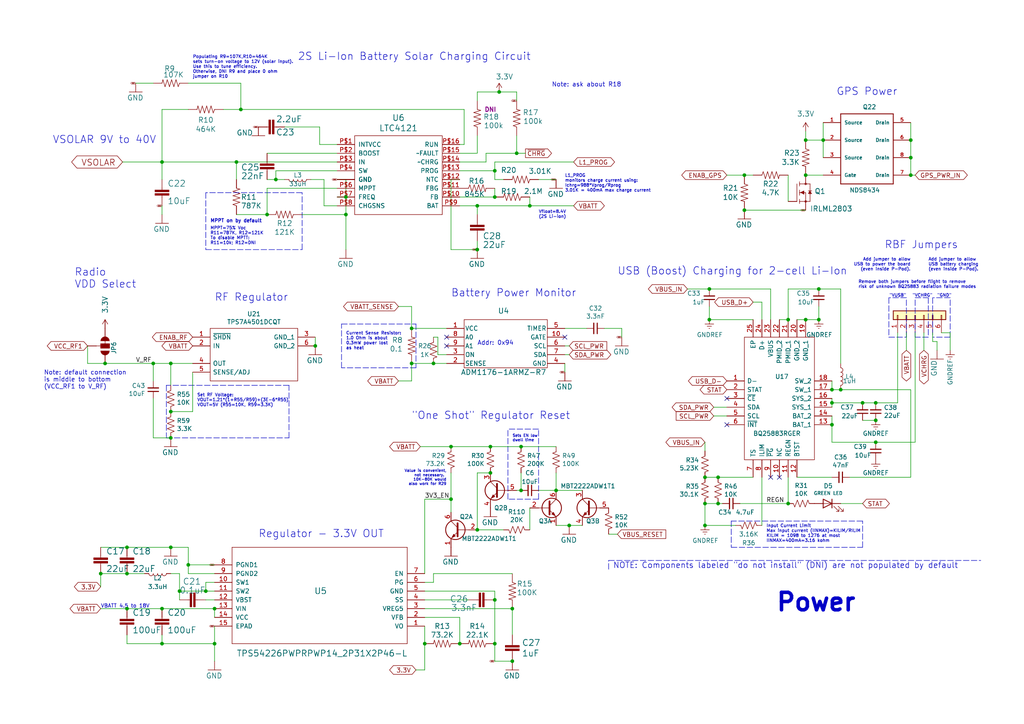
<source format=kicad_sch>
(kicad_sch (version 20211123) (generator eeschema)
  (paper "A4")
  (title_block (title "PyCubed Mainboard") (date "2021-06-09") (rev "v05c") (company "Max Holliday"))
  (junction (at 142.24 129.54))
  (junction (at 149.86 44.45))
  (junction (at 238.76 40.64))
  (junction (at 237.49 83.82))
  (junction (at 36.83 166.37))
  (junction (at 54.61 163.83))
  (junction (at 49.53 105.41))
  (junction (at 125.73 105.41))
  (junction (at 254 116.84))
  (junction (at 130.81 144.78))
  (junction (at 215.9 60.96))
  (junction (at 151.13 142.24))
  (junction (at 133.35 186.69))
  (junction (at 151.13 129.54))
  (junction (at 215.9 50.8))
  (junction (at 52.07 171.45))
  (junction (at 138.43 72.39))
  (junction (at 208.28 138.43))
  (junction (at 254 128.27))
  (junction (at 237.49 92.71))
  (junction (at 254 121.92))
  (junction (at 205.74 92.71))
  (junction (at 204.47 146.05))
  (junction (at 205.74 83.82))
  (junction (at 49.53 127))
  (junction (at 46.99 176.53))
  (junction (at 119.38 95.25))
  (junction (at 62.23 186.69))
  (junction (at 153.67 59.69))
  (junction (at 241.3 116.84))
  (junction (at 165.1 152.4))
  (junction (at 143.51 173.99))
  (junction (at 100.33 62.23))
  (junction (at 148.59 176.53))
  (junction (at 130.81 129.54))
  (junction (at 62.23 176.53))
  (junction (at 80.01 52.07))
  (junction (at 241.3 123.19))
  (junction (at 204.47 152.4))
  (junction (at 142.24 137.16))
  (junction (at 243.84 113.03))
  (junction (at 233.68 50.8))
  (junction (at 264.16 40.64))
  (junction (at 143.51 49.53))
  (junction (at 148.59 191.77))
  (junction (at 250.19 116.84))
  (junction (at 91.44 100.33))
  (junction (at 228.6 92.71))
  (junction (at 119.38 105.41))
  (junction (at 30.48 105.41))
  (junction (at 68.58 46.99))
  (junction (at 228.6 146.05))
  (junction (at 49.53 158.75))
  (junction (at 144.78 26.67))
  (junction (at 123.19 186.69))
  (junction (at 204.47 138.43))
  (junction (at 36.83 176.53))
  (junction (at 44.45 105.41))
  (junction (at 138.43 59.69))
  (junction (at 161.29 142.24))
  (junction (at 29.21 166.37))
  (junction (at 233.68 92.71))
  (junction (at 264.16 45.72))
  (junction (at 143.51 57.15))
  (junction (at 36.83 158.75))
  (junction (at 264.16 50.8))
  (junction (at 59.69 171.45))
  (junction (at 77.47 62.23))
  (junction (at 233.68 40.64))
  (junction (at 46.99 46.99))
  (junction (at 241.3 113.03))
  (junction (at 100.33 57.15))
  (junction (at 46.99 186.69))
  (junction (at 138.43 153.67))
  (junction (at 49.53 119.38))
  (junction (at 143.51 186.69))
  (junction (at 208.28 146.05))
  (junction (at 69.85 31.75))
  (no_connect (at 210.82 115.57))
  (no_connect (at 163.83 97.79))
  (no_connect (at 129.54 100.33))
  (no_connect (at 210.82 123.19))
  (no_connect (at 129.54 97.79))
  (no_connect (at 223.52 138.43))
  (no_connect (at 226.06 138.43))
  (wire (pts (xy 143.51 57.15) (xy 133.35 57.15)))
  (wire (pts (xy 148.59 176.53) (xy 148.59 184.15)))
  (wire (pts (xy 92.71 41.91) (xy 92.71 36.83)))
  (wire (pts (xy 264.16 35.56) (xy 264.16 40.64)))
  (wire (pts (xy 168.91 152.4) (xy 165.1 152.4)))
  (wire (pts (xy 273.05 96.52) (xy 275.59 96.52)))
  (wire (pts (xy 238.76 45.72) (xy 238.76 40.64)))
  (wire (pts (xy 125.73 168.91) (xy 123.19 168.91)))
  (wire (pts (xy 264.16 113.03) (xy 264.16 138.43)))
  (wire (pts (xy 149.86 44.45) (xy 152.4 44.45)))
  (wire (pts (xy 138.43 153.67) (xy 138.43 137.16)))
  (wire (pts (xy 156.21 142.24) (xy 161.29 142.24)))
  (wire (pts (xy 49.53 105.41) (xy 55.88 105.41)))
  (wire (pts (xy 179.07 154.94) (xy 176.53 154.94)))
  (polyline (pts (xy 275.59 97.79) (xy 275.59 86.36)))
  (wire (pts (xy 97.79 57.15) (xy 100.33 57.15)))
  (wire (pts (xy 204.47 128.27) (xy 204.47 130.81)))
  (wire (pts (xy 275.59 96.52) (xy 275.59 101.6)))
  (wire (pts (xy 153.67 57.15) (xy 153.67 59.69)))
  (wire (pts (xy 54.61 24.13) (xy 69.85 24.13)))
  (wire (pts (xy 121.92 129.54) (xy 130.81 129.54)))
  (wire (pts (xy 44.45 127) (xy 49.53 127)))
  (wire (pts (xy 35.56 46.99) (xy 46.99 46.99)))
  (wire (pts (xy 250.19 121.92) (xy 254 121.92)))
  (wire (pts (xy 238.76 40.64) (xy 238.76 35.56)))
  (wire (pts (xy 46.99 59.69) (xy 46.99 62.23)))
  (wire (pts (xy 36.83 186.69) (xy 36.83 184.15)))
  (wire (pts (xy 97.79 49.53) (xy 80.01 49.53)))
  (wire (pts (xy 140.97 46.99) (xy 140.97 44.45)))
  (wire (pts (xy 220.98 87.63) (xy 220.98 92.71)))
  (wire (pts (xy 77.47 54.61) (xy 77.47 62.23)))
  (wire (pts (xy 125.73 105.41) (xy 129.54 105.41)))
  (wire (pts (xy 100.33 52.07) (xy 100.33 57.15)))
  (wire (pts (xy 241.3 120.65) (xy 241.3 123.19)))
  (wire (pts (xy 163.83 95.25) (xy 170.18 95.25)))
  (wire (pts (xy 218.44 87.63) (xy 220.98 87.63)))
  (polyline (pts (xy 156.21 144.78) (xy 147.32 144.78)))
  (wire (pts (xy 243.84 146.05) (xy 250.19 146.05)))
  (wire (pts (xy 165.1 102.87) (xy 163.83 102.87)))
  (wire (pts (xy 46.99 186.69) (xy 62.23 186.69)))
  (wire (pts (xy 143.51 54.61) (xy 143.51 57.15)))
  (wire (pts (xy 165.1 100.33) (xy 163.83 100.33)))
  (wire (pts (xy 260.35 116.84) (xy 260.35 96.52)))
  (wire (pts (xy 123.19 166.37) (xy 123.19 144.78)))
  (wire (pts (xy 151.13 129.54) (xy 161.29 129.54)))
  (wire (pts (xy 123.19 186.69) (xy 123.19 194.31)))
  (polyline (pts (xy 176.53 165.1) (xy 176.53 162.56)))
  (wire (pts (xy 210.82 118.11) (xy 207.01 118.11)))
  (wire (pts (xy 92.71 41.91) (xy 97.79 41.91)))
  (polyline (pts (xy 87.63 55.88) (xy 59.69 55.88)))
  (wire (pts (xy 54.61 158.75) (xy 54.61 163.83)))
  (wire (pts (xy 231.14 92.71) (xy 233.68 92.71)))
  (wire (pts (xy 228.6 83.82) (xy 228.6 92.71)))
  (wire (pts (xy 46.99 52.07) (xy 46.99 46.99)))
  (wire (pts (xy 46.99 186.69) (xy 46.99 184.15)))
  (wire (pts (xy 130.81 129.54) (xy 142.24 129.54)))
  (wire (pts (xy 151.13 137.16) (xy 151.13 142.24)))
  (wire (pts (xy 143.51 49.53) (xy 143.51 52.07)))
  (polyline (pts (xy 48.26 111.76) (xy 48.26 127)))
  (polyline (pts (xy 265.43 97.79) (xy 265.43 86.36)))
  (wire (pts (xy 241.3 128.27) (xy 241.3 123.19)))
  (wire (pts (xy 204.47 152.4) (xy 213.36 152.4)))
  (wire (pts (xy 36.83 158.75) (xy 49.53 158.75)))
  (wire (pts (xy 59.69 171.45) (xy 59.69 168.91)))
  (wire (pts (xy 130.81 144.78) (xy 130.81 148.59)))
  (wire (pts (xy 62.23 186.69) (xy 62.23 191.77)))
  (polyline (pts (xy 147.32 144.78) (xy 147.32 124.46)))
  (wire (pts (xy 226.06 92.71) (xy 228.6 92.71)))
  (wire (pts (xy 138.43 137.16) (xy 142.24 137.16)))
  (wire (pts (xy 52.07 171.45) (xy 52.07 166.37)))
  (wire (pts (xy 62.23 181.61) (xy 62.23 186.69)))
  (wire (pts (xy 254 128.27) (xy 241.3 128.27)))
  (wire (pts (xy 68.58 52.07) (xy 68.58 46.99)))
  (wire (pts (xy 62.23 173.99) (xy 59.69 173.99)))
  (wire (pts (xy 90.17 52.07) (xy 93.98 52.07)))
  (wire (pts (xy 44.45 115.57) (xy 44.45 127)))
  (wire (pts (xy 138.43 62.23) (xy 138.43 59.69)))
  (wire (pts (xy 49.53 158.75) (xy 54.61 158.75)))
  (wire (pts (xy 209.55 146.05) (xy 208.28 146.05)))
  (wire (pts (xy 210.82 120.65) (xy 207.01 120.65)))
  (polyline (pts (xy 120.65 106.68) (xy 99.06 106.68)))
  (wire (pts (xy 46.99 31.75) (xy 46.99 46.99)))
  (wire (pts (xy 243.84 105.41) (xy 243.84 83.82)))
  (wire (pts (xy 143.51 173.99) (xy 143.51 186.69)))
  (wire (pts (xy 30.48 105.41) (xy 25.4 105.41)))
  (wire (pts (xy 243.84 83.82) (xy 237.49 83.82)))
  (wire (pts (xy 29.21 166.37) (xy 36.83 166.37)))
  (wire (pts (xy 168.91 142.24) (xy 161.29 142.24)))
  (wire (pts (xy 250.19 116.84) (xy 241.3 116.84)))
  (polyline (pts (xy 262.89 86.36) (xy 257.81 86.36)))
  (wire (pts (xy 208.28 146.05) (xy 204.47 146.05)))
  (polyline (pts (xy 269.24 97.79) (xy 265.43 97.79)))
  (wire (pts (xy 264.16 45.72) (xy 264.16 50.8)))
  (wire (pts (xy 49.53 111.76) (xy 49.53 105.41)))
  (polyline (pts (xy 270.51 86.36) (xy 270.51 97.79)))
  (wire (pts (xy 127 102.87) (xy 129.54 102.87)))
  (wire (pts (xy 138.43 72.39) (xy 138.43 69.85)))
  (wire (pts (xy 123.19 181.61) (xy 123.19 186.69)))
  (polyline (pts (xy 212.09 151.13) (xy 212.09 158.75)))
  (wire (pts (xy 218.44 138.43) (xy 208.28 138.43)))
  (wire (pts (xy 153.67 153.67) (xy 153.67 147.32)))
  (polyline (pts (xy 120.65 93.98) (xy 120.65 106.68)))
  (polyline (pts (xy 83.82 127) (xy 83.82 111.76)))
  (wire (pts (xy 233.68 92.71) (xy 237.49 92.71)))
  (wire (pts (xy 62.23 168.91) (xy 59.69 168.91)))
  (wire (pts (xy 237.49 88.9) (xy 237.49 92.71)))
  (wire (pts (xy 254 116.84) (xy 250.19 116.84)))
  (wire (pts (xy 119.38 105.41) (xy 119.38 110.49)))
  (wire (pts (xy 241.3 110.49) (xy 241.3 113.03)))
  (wire (pts (xy 143.51 46.99) (xy 166.37 46.99)))
  (wire (pts (xy 52.07 173.99) (xy 52.07 171.45)))
  (wire (pts (xy 49.53 166.37) (xy 52.07 166.37)))
  (wire (pts (xy 29.21 158.75) (xy 36.83 158.75)))
  (wire (pts (xy 115.57 110.49) (xy 119.38 110.49)))
  (wire (pts (xy 82.55 52.07) (xy 80.01 52.07)))
  (wire (pts (xy 165.1 152.4) (xy 161.29 152.4)))
  (wire (pts (xy 44.45 110.49) (xy 44.45 105.41)))
  (wire (pts (xy 149.86 26.67) (xy 144.78 26.67)))
  (wire (pts (xy 241.3 115.57) (xy 241.3 116.84)))
  (wire (pts (xy 264.16 40.64) (xy 264.16 45.72)))
  (wire (pts (xy 163.83 107.95) (xy 163.83 105.41)))
  (wire (pts (xy 270.51 96.52) (xy 270.51 99.06)))
  (polyline (pts (xy 250.19 151.13) (xy 212.09 151.13)))
  (wire (pts (xy 208.28 138.43) (xy 204.47 138.43)))
  (wire (pts (xy 233.68 40.64) (xy 233.68 38.1)))
  (polyline (pts (xy 99.06 93.98) (xy 120.65 93.98)))
  (wire (pts (xy 44.45 105.41) (xy 49.53 105.41)))
  (wire (pts (xy 123.19 171.45) (xy 143.51 171.45)))
  (wire (pts (xy 138.43 26.67) (xy 138.43 29.21)))
  (wire (pts (xy 133.35 46.99) (xy 140.97 46.99)))
  (wire (pts (xy 237.49 83.82) (xy 228.6 83.82)))
  (wire (pts (xy 115.57 88.9) (xy 119.38 88.9)))
  (polyline (pts (xy 212.09 158.75) (xy 250.19 158.75)))
  (wire (pts (xy 270.51 99.06) (xy 271.78 99.06)))
  (wire (pts (xy 93.98 59.69) (xy 93.98 52.07)))
  (wire (pts (xy 148.59 166.37) (xy 125.73 166.37)))
  (wire (pts (xy 238.76 40.64) (xy 233.68 40.64)))
  (wire (pts (xy 68.58 46.99) (xy 46.99 46.99)))
  (wire (pts (xy 69.85 31.75) (xy 64.77 31.75)))
  (wire (pts (xy 223.52 83.82) (xy 205.74 83.82)))
  (wire (pts (xy 119.38 95.25) (xy 119.38 88.9)))
  (wire (pts (xy 144.78 26.67) (xy 138.43 26.67)))
  (wire (pts (xy 223.52 92.71) (xy 223.52 83.82)))
  (wire (pts (xy 233.68 60.96) (xy 215.9 60.96)))
  (wire (pts (xy 133.35 59.69) (xy 138.43 59.69)))
  (wire (pts (xy 54.61 166.37) (xy 62.23 166.37)))
  (polyline (pts (xy 275.59 86.36) (xy 270.51 86.36)))
  (polyline (pts (xy 59.69 72.39) (xy 87.63 72.39)))
  (wire (pts (xy 133.35 179.07) (xy 133.35 186.69)))
  (wire (pts (xy 134.62 31.75) (xy 69.85 31.75)))
  (wire (pts (xy 29.21 170.18) (xy 29.21 166.37)))
  (wire (pts (xy 254 116.84) (xy 260.35 116.84)))
  (wire (pts (xy 241.3 138.43) (xy 231.14 138.43)))
  (wire (pts (xy 241.3 116.84) (xy 241.3 118.11)))
  (polyline (pts (xy 275.59 97.79) (xy 270.51 97.79)))
  (wire (pts (xy 87.63 62.23) (xy 100.33 62.23)))
  (wire (pts (xy 30.48 105.41) (xy 44.45 105.41)))
  (wire (pts (xy 25.4 105.41) (xy 25.4 100.33)))
  (wire (pts (xy 133.35 52.07) (xy 130.81 52.07)))
  (polyline (pts (xy 87.63 72.39) (xy 87.63 55.88)))
  (wire (pts (xy 123.19 176.53) (xy 148.59 176.53)))
  (polyline (pts (xy 48.26 127) (xy 83.82 127)))
  (wire (pts (xy 254 128.27) (xy 265.43 128.27)))
  (wire (pts (xy 119.38 105.41) (xy 125.73 105.41)))
  (polyline (pts (xy 262.89 97.79) (xy 262.89 86.36)))
  (wire (pts (xy 180.34 97.79) (xy 180.34 95.25)))
  (wire (pts (xy 143.51 191.77) (xy 148.59 191.77)))
  (wire (pts (xy 91.44 100.33) (xy 91.44 97.79)))
  (wire (pts (xy 140.97 44.45) (xy 149.86 44.45)))
  (polyline (pts (xy 59.69 55.88) (xy 59.69 72.39)))
  (wire (pts (xy 130.81 137.16) (xy 130.81 144.78)))
  (wire (pts (xy 220.98 152.4) (xy 220.98 138.43)))
  (polyline (pts (xy 257.81 86.36) (xy 257.81 97.79)))
  (wire (pts (xy 205.74 83.82) (xy 199.39 83.82)))
  (wire (pts (xy 77.47 54.61) (xy 97.79 54.61)))
  (wire (pts (xy 123.19 173.99) (xy 135.89 173.99)))
  (wire (pts (xy 54.61 31.75) (xy 46.99 31.75)))
  (wire (pts (xy 36.83 176.53) (xy 46.99 176.53)))
  (polyline (pts (xy 269.24 86.36) (xy 269.24 97.79)))
  (wire (pts (xy 180.34 95.25) (xy 175.26 95.25)))
  (wire (pts (xy 123.19 194.31) (xy 120.65 194.31)))
  (wire (pts (xy 143.51 49.53) (xy 143.51 46.99)))
  (wire (pts (xy 77.47 62.23) (xy 68.58 62.23)))
  (wire (pts (xy 130.81 72.39) (xy 138.43 72.39)))
  (wire (pts (xy 264.16 50.8) (xy 265.43 50.8)))
  (wire (pts (xy 133.35 49.53) (xy 143.51 49.53)))
  (wire (pts (xy 205.74 88.9) (xy 205.74 92.71)))
  (wire (pts (xy 143.51 52.07) (xy 146.05 52.07)))
  (wire (pts (xy 97.79 52.07) (xy 100.33 52.07)))
  (wire (pts (xy 149.86 29.21) (xy 149.86 26.67)))
  (wire (pts (xy 143.51 171.45) (xy 143.51 173.99)))
  (wire (pts (xy 100.33 62.23) (xy 100.33 72.39)))
  (wire (pts (xy 138.43 44.45) (xy 138.43 39.37)))
  (wire (pts (xy 123.19 179.07) (xy 133.35 179.07)))
  (wire (pts (xy 271.78 99.06) (xy 271.78 101.6)))
  (wire (pts (xy 161.29 52.07) (xy 156.21 52.07)))
  (wire (pts (xy 243.84 113.03) (xy 264.16 113.03)))
  (polyline (pts (xy 156.21 144.78) (xy 156.21 124.46)))
  (wire (pts (xy 100.33 57.15) (xy 100.33 62.23)))
  (wire (pts (xy 39.37 24.13) (xy 44.45 24.13)))
  (wire (pts (xy 228.6 58.42) (xy 228.6 50.8)))
  (wire (pts (xy 127 102.87) (xy 127 97.79)))
  (wire (pts (xy 80.01 52.07) (xy 77.47 52.07)))
  (polyline (pts (xy 257.81 97.79) (xy 262.89 97.79)))
  (wire (pts (xy 228.6 138.43) (xy 228.6 146.05)))
  (wire (pts (xy 146.05 153.67) (xy 138.43 153.67)))
  (wire (pts (xy 92.71 36.83) (xy 82.55 36.83)))
  (wire (pts (xy 46.99 176.53) (xy 62.23 176.53)))
  (wire (pts (xy 204.47 146.05) (xy 204.47 152.4)))
  (wire (pts (xy 134.62 41.91) (xy 134.62 31.75)))
  (polyline (pts (xy 176.53 162.56) (xy 284.48 162.56)))
  (wire (pts (xy 62.23 179.07) (xy 62.23 176.53)))
  (wire (pts (xy 138.43 59.69) (xy 153.67 59.69)))
  (wire (pts (xy 262.89 101.6) (xy 262.89 96.52)))
  (wire (pts (xy 133.35 44.45) (xy 138.43 44.45)))
  (wire (pts (xy 80.01 52.07) (xy 80.01 49.53)))
  (wire (pts (xy 149.86 39.37) (xy 149.86 44.45)))
  (wire (pts (xy 142.24 129.54) (xy 151.13 129.54)))
  (polyline (pts (xy 99.06 106.68) (xy 99.06 93.98)))
  (wire (pts (xy 54.61 163.83) (xy 54.61 166.37)))
  (wire (pts (xy 36.83 166.37) (xy 41.91 166.37)))
  (wire (pts (xy 62.23 171.45) (xy 59.69 171.45)))
  (wire (pts (xy 133.35 41.91) (xy 134.62 41.91)))
  (wire (pts (xy 130.81 52.07) (xy 130.81 72.39)))
  (polyline (pts (xy 83.82 111.76) (xy 48.26 111.76)))
  (wire (pts (xy 241.3 113.03) (xy 243.84 113.03)))
  (wire (pts (xy 143.51 191.77) (xy 143.51 186.69)))
  (wire (pts (xy 215.9 50.8) (xy 210.82 50.8)))
  (wire (pts (xy 149.86 142.24) (xy 151.13 142.24)))
  (polyline (pts (xy 156.21 124.46) (xy 147.32 124.46)))
  (wire (pts (xy 36.83 186.69) (xy 46.99 186.69)))
  (wire (pts (xy 161.29 137.16) (xy 161.29 142.24)))
  (wire (pts (xy 238.76 50.8) (xy 233.68 50.8)))
  (wire (pts (xy 246.38 138.43) (xy 264.16 138.43)))
  (wire (pts (xy 267.97 101.6) (xy 267.97 96.52)))
  (polyline (pts (xy 250.19 158.75) (xy 250.19 151.13)))
  (wire (pts (xy 205.74 92.71) (xy 218.44 92.71)))
  (wire (pts (xy 119.38 95.25) (xy 129.54 95.25)))
  (wire (pts (xy 97.79 46.99) (xy 68.58 46.99)))
  (wire (pts (xy 127 97.79) (xy 125.73 97.79)))
  (wire (pts (xy 55.88 119.38) (xy 55.88 107.95)))
  (wire (pts (xy 153.67 59.69) (xy 166.37 59.69)))
  (wire (pts (xy 123.19 144.78) (xy 130.81 144.78)))
  (wire (pts (xy 62.23 163.83) (xy 54.61 163.83)))
  (polyline (pts (xy 265.43 86.36) (xy 269.24 86.36)))
  (wire (pts (xy 97.79 44.45) (xy 77.47 44.45)))
  (wire (pts (xy 59.69 171.45) (xy 52.07 171.45)))
  (wire (pts (xy 214.63 146.05) (xy 228.6 146.05)))
  (wire (pts (xy 36.83 176.53) (xy 29.21 176.53)))
  (wire (pts (xy 265.43 128.27) (xy 265.43 96.52)))
  (wire (pts (xy 69.85 31.75) (xy 69.85 24.13)))
  (wire (pts (xy 218.44 50.8) (xy 215.9 50.8)))
  (wire (pts (xy 49.53 119.38) (xy 55.88 119.38)))
  (wire (pts (xy 125.73 166.37) (xy 125.73 168.91)))
  (wire (pts (xy 97.79 59.69) (xy 93.98 59.69)))
  (text "Addr: 0x94" (at 138.43 100.33 0) (effects (font (size 1.27 1.27)) (justify left bottom)))
  (text "L1_PROG\nmonitors charge current using:\nIchrg=988*Vprog/Rprog\n3.01K = 400mA max charge current\n" (at 163.83 55.88 0) (effects (font (size 0.889 0.889)) (justify left bottom)))
  (text "VSOLAR 9V to 40V" (at 15.24 41.91 0) (effects (font (size 2.159 2.159)) (justify left bottom)))
  (text "USB (Boost) Charging for 2-cell Li-Ion" (at 179.07 80.01 0) (effects (font (size 2.159 2.159)) (justify left bottom)))
  (text "Input Current Limit\nMax input current (IINMAX)=KILIM/RILIM\nKILIM = 1098 to 1276 at most\nIINMAX=400mA=3.16 kohm" (at 222.25 157.48 0) (effects (font (size 0.889 0.889)) (justify left bottom)))
  (text "GPS Power" (at 242.57 27.94 0) (effects (font (size 2.159 2.159)) (justify left bottom)))
  (text "Power" (at 224.79 177.8 0) (effects (font (size 5.08 5.08) (thickness 1.016) bold) (justify left bottom)))
  (text "\"VUSB\"" (at 262.89 86.36 180) (effects (font (size 0.889 0.889)) (justify right bottom)))
  (text "\"One Shot\" Regulator Reset" (at 119.38 121.92 0) (effects (font (size 2.159 2.159)) (justify left bottom)))
  (text "Remove both jumpers before flight to remove\nrisk of unknown BQ25883 radiation failure modes\n" (at 248.92 83.82 0) (effects (font (size 0.889 0.889)) (justify left bottom)))
  (text "Radio\nVDD Select" (at 21.59 83.82 0) (effects (font (size 2.159 2.159)) (justify left bottom)))
  (text "Battery Power Monitor" (at 130.81 86.36 0) (effects (font (size 2.159 2.159)) (justify left bottom)))
  (text "VBATT 4.5 to 18V" (at 29.21 176.53 0) (effects (font (size 1.0668 1.0668)) (justify left bottom)))
  (text "RF Regulator" (at 62.23 87.63 0) (effects (font (size 2.159 2.159)) (justify left bottom)))
  (text "Current Sense Resistor:\n1.0 Ohm is about \n0.3mW power lost\nas heat" (at 100.33 101.6 0) (effects (font (size 0.889 0.889)) (justify left bottom)))
  (text "Value is convenient,\nnot necessary. \n10K-80K would\nalso work for R29" (at 129.54 140.97 0) (effects (font (size 0.7874 0.7874)) (justify right bottom)))
  (text "\"GND\"" (at 271.78 86.36 0) (effects (font (size 0.889 0.889)) (justify left bottom)))
  (text "Note: ask about R18" (at 160.02 25.4 0) (effects (font (size 1.27 1.27)) (justify left bottom)))
  (text "Vfloat=8.4V\n(2S Li-ion)" (at 156.21 63.5 0) (effects (font (size 0.889 0.889)) (justify left bottom)))
  (text "MPPT on by default" (at 60.96 64.77 0) (effects (font (size 0.9906 0.9906) (thickness 0.1981) bold) (justify left bottom)))
  (text "Add jumper to allow\nUSB to power the board\n(even inside P-Pod).\n" (at 264.16 78.74 0) (effects (font (size 0.889 0.889)) (justify right bottom)))
  (text "Note: default connection \nis middle to bottom \n(VCC_RF1 to V_RF)" (at 12.7 113.03 0) (effects (font (size 1.27 1.27)) (justify left bottom)))
  (text "\nMPPT=75% Voc\nR11=787K, R12=121K\nTo disable MPTT:\nR11=10k; R12=DNI" (at 60.96 71.12 0) (effects (font (size 0.889 0.889)) (justify left bottom)))
  (text "Regulator - 3.3V OUT" (at 74.93 156.21 0) (effects (font (size 2.159 2.159)) (justify left bottom)))
  (text "Populating R9=107K,R10=464K\nsets turn-on voltage to 12V (solar input). \nUse this to tune efficiency.\nOtherwise, DNI R9 and place 0 ohm\njumper on R10" (at 55.88 22.86 0) (effects (font (size 0.889 0.889)) (justify left bottom)))
  (text "\"VCHRG\"" (at 270.51 86.36 180) (effects (font (size 0.889 0.889)) (justify right bottom)))
  (text "Set RF Voltage:\nVOUT=1.21*(1+R55/R59)+(3E-6*R55)\nVOUT=5V (R55=10K, R59=3.3K)\n" (at 57.15 118.11 0) (effects (font (size 0.889 0.889)) (justify left bottom)))
  (text "2S Li-Ion Battery Solar Charging Circuit" (at 86.36 17.78 0) (effects (font (size 2.159 2.159)) (justify left bottom)))
  (text "NOTE: Components labeled \"do not install\" (DNI) are not populated by default" (at 177.8 165.1 0) (effects (font (size 1.651 1.651)) (justify left bottom)))
  (text "RBF Jumpers" (at 256.54 72.39 0) (effects (font (size 2.159 2.159)) (justify left bottom)))
  (text "Add jumper to allow\nUSB battery charging\n(even inside P-Pod).\n" (at 269.24 78.74 0) (effects (font (size 0.889 0.889)) (justify left bottom)))
  (text "Sets EN low\ndwell time" (at 148.59 128.27 0) (effects (font (size 0.7874 0.7874)) (justify left bottom)))
  (label "3V3_EN" (at 123.19 144.78 0))
  (label "REGN" (at 222.25 146.05 0))
  (label "V_RF" (at 39.37 105.41 0))
  (global_label "GND" (shape bidirectional) (at 62.23 181.61 180) (effects (font (size 0.254 0.254))) (property "Intersheet References" "${INTERSHEET_REFS}" (effects hide)))
  (global_label "VBUS_IN" (shape bidirectional) (at 199.39 83.82 180) (property "Intersheet References" "${INTERSHEET_REFS}" (effects hide)))
  (global_label "3.3V" (shape bidirectional) (at 29.21 170.18 180) (property "Intersheet References" "${INTERSHEET_REFS}" (effects hide)))
  (global_label "GND" (shape bidirectional) (at 138.43 72.39 180) (effects (font (size 0.254 0.254))) (property "Intersheet References" "${INTERSHEET_REFS}" (effects hide)))
  (global_label "ENAB_RF" (shape bidirectional) (at 55.88 97.79 180) (property "Intersheet References" "${INTERSHEET_REFS}" (effects hide)))
  (global_label "SDA_PWR" (shape bidirectional) (at 165.1 102.87 0) (property "Intersheet References" "${INTERSHEET_REFS}" (effects hide)))
  (global_label "GPS_PWR_IN" (shape bidirectional) (at 265.43 50.8 0) (property "Intersheet References" "${INTERSHEET_REFS}" (effects hide)))
  (global_label "VBATT" (shape bidirectional) (at 121.92 129.54 180) (property "Intersheet References" "${INTERSHEET_REFS}" (effects hide)))
  (global_label "L1_PROG" (shape bidirectional) (at 166.37 46.99 0) (property "Intersheet References" "${INTERSHEET_REFS}" (effects hide)))
  (global_label "VSOLAR" (shape bidirectional) (at 35.56 46.99 180) (effects (font (size 1.778 1.778))) (property "Intersheet References" "${INTERSHEET_REFS}" (effects hide)))
  (global_label "VBATT" (shape bidirectional) (at 29.21 176.53 180) (property "Intersheet References" "${INTERSHEET_REFS}" (effects hide)))
  (global_label "GND" (shape bidirectional) (at 163.83 107.95 180) (effects (font (size 0.254 0.254))) (property "Intersheet References" "${INTERSHEET_REFS}" (effects hide)))
  (global_label "STAT" (shape bidirectional) (at 210.82 113.03 180) (property "Intersheet References" "${INTERSHEET_REFS}" (effects hide)))
  (global_label "GND" (shape bidirectional) (at 46.99 59.69 180) (effects (font (size 0.254 0.254))) (property "Intersheet References" "${INTERSHEET_REFS}" (effects hide)))
  (global_label "SDA_PWR" (shape bidirectional) (at 207.01 118.11 180) (property "Intersheet References" "${INTERSHEET_REFS}" (effects hide)))
  (global_label "VBUS_RESET" (shape input) (at 179.07 154.94 0) (property "Intersheet References" "${INTERSHEET_REFS}" (effects hide)))
  (global_label "USB_D+" (shape bidirectional) (at 218.44 87.63 180) (property "Intersheet References" "${INTERSHEET_REFS}" (effects hide)))
  (global_label "GND" (shape bidirectional) (at 97.79 52.07 180) (effects (font (size 0.254 0.254))) (property "Intersheet References" "${INTERSHEET_REFS}" (effects hide)))
  (global_label "SCL_PWR" (shape input) (at 207.01 120.65 180) (property "Intersheet References" "${INTERSHEET_REFS}" (effects hide)))
  (global_label "3.3V" (shape bidirectional) (at 149.86 29.21 180) (effects (font (size 0.254 0.254))) (property "Intersheet References" "${INTERSHEET_REFS}" (effects hide)))
  (global_label "VBATT_SENSE" (shape bidirectional) (at 115.57 88.9 180) (property "Intersheet References" "${INTERSHEET_REFS}" (effects hide)))
  (global_label "GND" (shape bidirectional) (at 233.68 60.96 180) (effects (font (size 0.254 0.254))) (property "Intersheet References" "${INTERSHEET_REFS}" (effects hide)))
  (global_label "GND" (shape bidirectional) (at 143.51 191.77 180) (effects (font (size 0.254 0.254))) (property "Intersheet References" "${INTERSHEET_REFS}" (effects hide)))
  (global_label "VBATT" (shape bidirectional) (at 262.89 101.6 270) (property "Intersheet References" "${INTERSHEET_REFS}" (effects hide)))
  (global_label "VBATT" (shape bidirectional) (at 166.37 59.69 0) (property "Intersheet References" "${INTERSHEET_REFS}" (effects hide)))
  (global_label "VBATT" (shape bidirectional) (at 55.88 100.33 180) (property "Intersheet References" "${INTERSHEET_REFS}" (effects hide)))
  (global_label "VBUS_IN" (shape bidirectional) (at 204.47 128.27 180) (property "Intersheet References" "${INTERSHEET_REFS}" (effects hide)))
  (global_label "GND" (shape bidirectional) (at 39.37 24.13 180) (effects (font (size 0.254 0.254))) (property "Intersheet References" "${INTERSHEET_REFS}" (effects hide)))
  (global_label "USB_D-" (shape bidirectional) (at 210.82 110.49 180) (property "Intersheet References" "${INTERSHEET_REFS}" (effects hide)))
  (global_label "GND" (shape bidirectional) (at 180.34 97.79 180) (effects (font (size 0.254 0.254))) (property "Intersheet References" "${INTERSHEET_REFS}" (effects hide)))
  (global_label "VCHRG" (shape bidirectional) (at 267.97 101.6 270) (property "Intersheet References" "${INTERSHEET_REFS}" (effects hide)))
  (global_label "GND" (shape bidirectional) (at 74.93 36.83 180) (effects (font (size 0.254 0.254))) (property "Intersheet References" "${INTERSHEET_REFS}" (effects hide)))
  (global_label "VCC_RF1" (shape bidirectional) (at 25.4 100.33 180) (property "Intersheet References" "${INTERSHEET_REFS}" (effects hide)))
  (global_label "SCL_PWR" (shape input) (at 165.1 100.33 0) (property "Intersheet References" "${INTERSHEET_REFS}" (effects hide)))
  (global_label "VBATT" (shape bidirectional) (at 115.57 110.49 180) (property "Intersheet References" "${INTERSHEET_REFS}" (effects hide)))
  (global_label "ENAB_GPS" (shape bidirectional) (at 210.82 50.8 180) (property "Intersheet References" "${INTERSHEET_REFS}" (effects hide)))
  (global_label "STAT" (shape bidirectional) (at 250.19 146.05 0) (property "Intersheet References" "${INTERSHEET_REFS}" (effects hide)))
  (global_label "GND" (shape bidirectional) (at 62.23 163.83 180) (effects (font (size 0.254 0.254))) (property "Intersheet References" "${INTERSHEET_REFS}" (effects hide)))
  (global_label "~{CHRG}" (shape output) (at 152.4 44.45 0) (property "Intersheet References" "${INTERSHEET_REFS}" (effects hide)))
  (global_label "GND" (shape bidirectional) (at 161.29 52.07 180) (effects (font (size 0.254 0.254))) (property "Intersheet References" "${INTERSHEET_REFS}" (effects hide)))
  (global_label "3.3V" (shape bidirectional) (at 120.65 194.31 180) (property "Intersheet References" "${INTERSHEET_REFS}" (effects hide)))
  (symbol (lib_id "mainboard:GND") (at 39.37 26.67 0) (unit 1)
    (property "Reference" "#GND013" (effects hide))
    (property "Value" "GND" (at 36.83 29.21 0) (effects (font (size 1.4986 1.4986)) (justify left bottom)))
  )
  (symbol (lib_id "mainboard:1.0UF-0603-16V-10%") (at 57.15 173.99 90) (unit 1)
    (property "Reference" "C21" (at 58.42 167.64 90) (effects (font (size 1.778 1.778)) (justify left bottom)))
    (property "Value" "0.1uF" (at 59.69 170.18 90) (effects (font (size 1.778 1.778)) (justify left bottom)))
    (property "Footprint" "Capacitor_SMD:C_0603_1608Metric" (effects hide))
    (property "Description" "0.1uF +-10% 50V X7R 0603" (effects hide))
  )
  (symbol (lib_id "mainboard:R-US_R0603") (at 138.43 186.69 180) (unit 1)
    (property "Reference" "R14" (at 138.43 181.61 0) (effects (font (size 1.4986 1.4986))))
    (property "Value" "22.1K" (at 138.43 184.15 0) (effects (font (size 1.4986 1.4986))))
    (property "Footprint" "Resistor_SMD:R_0603_1608Metric" (effects hide))
    (property "Description" "22.1K 0603" (effects hide))
  )
  (symbol (lib_id "mainboard:10UF-0603-6.3V-20%") (at 46.99 57.15 0) (unit 1)
    (property "Reference" "C22" (at 48.514 54.229 0) (effects (font (size 1.778 1.778)) (justify left bottom)))
    (property "Value" "10uF" (at 48.514 59.309 0) (effects (font (size 1.778 1.778)) (justify left bottom)))
    (property "Footprint" "Capacitor_SMD:C_0603_1608Metric" (effects hide))
    (property "Description" "10uF +-20% 10V X5R" (effects hide))
  )
  (symbol (lib_id "mainboard:GND") (at 138.43 74.93 0) (unit 1)
    (property "Reference" "#GND019" (effects hide))
    (property "Value" "GND" (at 135.89 77.47 0) (effects (font (size 1.4986 1.4986)) (justify left bottom)))
  )
  (symbol (lib_id "mainboard:GND") (at 161.29 54.61 0) (unit 1)
    (property "Reference" "#GND021" (effects hide))
    (property "Value" "GND" (at 158.75 57.15 0) (effects (font (size 1.4986 1.4986)) (justify left bottom)))
  )
  (symbol (lib_id "mainboard:R-US_R2512") (at 119.38 100.33 90) (unit 1)
    (property "Reference" "R8" (at 116.84 97.79 90) (effects (font (size 1.4986 1.4986)) (justify left bottom)))
    (property "Value" "0.1" (at 116.84 100.33 90) (effects (font (size 1.4986 1.4986)) (justify left bottom)))
    (property "Footprint" "Resistor_SMD:R_2512_6332Metric" (effects hide))
    (property "Description" "0.1 1% 2W 2512" (effects hide))
  )
  (symbol (lib_id "mainboard:3.3V") (at 233.68 38.1 0) (unit 1)
    (property "Reference" "#SUPPLY06" (effects hide))
    (property "Value" "3.3V" (at 233.68 33.02 0) (effects (font (size 1.4986 1.4986))))
  )
  (symbol (lib_id "mainboard:IRLML2803TRPBF") (at 231.14 55.88 0) (unit 1)
    (property "Reference" "Q1" (at 236.22 54.61 0) (effects (font (size 1.4986 1.4986)) (justify left top)))
    (property "Value" "IRLML2803" (at 234.95 59.69 0) (effects (font (size 1.4986 1.4986)) (justify left top)))
    (property "Footprint" "mainboard:SOT-23" (effects hide))
    (property "Datasheet" "https://www.infineon.com/dgdl/irlml2803pbf.pdf?fileId=5546d462533600a4015356682aff260f" (effects hide))
    (property "Description" "Single N-Channel MOSFET" (effects hide))
    (property "Flight" "IRLML2803" (effects hide))
    (property "Manufacturer_Name" "Infineon Technologies" (effects hide))
    (property "Manufacturer_Part_Number" "IRLML2803TRPbF" (effects hide))
    (property "Proto" "2302" (effects hide))
  )
  (symbol (lib_id "mainboard:1.0UF-0603-16V-10%") (at 148.59 189.23 0) (unit 1)
    (property "Reference" "C27" (at 151.3332 186.4106 0) (effects (font (size 1.778 1.778)) (justify left)))
    (property "Value" "1uF" (at 151.3332 189.484 0) (effects (font (size 1.778 1.778)) (justify left)))
    (property "Footprint" "Capacitor_SMD:C_0603_1608Metric" (effects hide))
    (property "Description" "1uF 0603 X7R" (effects hide))
  )
  (symbol (lib_id "mainboard:22UF-0805-6.3V-20%") (at 29.21 163.83 0) (unit 1)
    (property "Reference" "C17" (at 30.734 160.909 0) (effects (font (size 1.778 1.778)) (justify left bottom)))
    (property "Value" "22uF" (at 30.734 165.989 0) (effects (font (size 1.778 1.778)) (justify left bottom)))
    (property "Footprint" "Capacitor_SMD:C_0603_1608Metric" (effects hide))
    (property "Description" "22uF +-20% 10V X5R" (effects hide))
  )
  (symbol (lib_id "mainboard:3.3V") (at 144.78 26.67 0) (unit 1)
    (property "Reference" "#P+03" (effects hide))
    (property "Value" "3.3V" (at 143.764 23.114 0) (effects (font (size 1.4986 1.4986)) (justify left bottom)))
  )
  (symbol (lib_id "mainboard:0.1UF-0603-25V-5%") (at 138.43 67.31 0) (unit 1)
    (property "Reference" "C28" (at 139.954 69.469 0) (effects (font (size 1.778 1.778)) (justify left bottom)))
    (property "Value" "22uF" (at 139.954 72.009 0) (effects (font (size 1.778 1.778)) (justify left bottom)))
    (property "Footprint" "Capacitor_SMD:C_0603_1608Metric" (effects hide))
    (property "Description" "22uF +-20% 10V X5R" (effects hide))
  )
  (symbol (lib_id "mainboard:GND") (at 46.99 64.77 0) (unit 1)
    (property "Reference" "#GND014" (effects hide))
    (property "Value" "GND" (at 44.45 67.31 0) (effects (font (size 1.4986 1.4986)) (justify left bottom)))
  )
  (symbol (lib_id "mainboard:R-US_R0603") (at 138.43 34.29 90) (unit 1)
    (property "Reference" "R18" (at 144.78 33.02 90) (effects (font (size 1.4986 1.4986)) (justify left bottom)))
    (property "Value" "100k" (at 146.05 35.56 90) (effects (font (size 1.4986 1.4986)) (justify left bottom)))
    (property "Footprint" "Resistor_SMD:R_0603_1608Metric" (effects hide))
    (property "DNI" "DNI" (at 142.24 31.75 90) (effects (font bold)))
    (property "Description" "100K 0603" (effects hide))
  )
  (symbol (lib_id "mainboard:R-US_R0603") (at 148.59 171.45 270) (unit 1)
    (property "Reference" "R15" (at 149.86 170.18 90) (effects (font (size 1.4986 1.4986)) (justify left bottom)))
    (property "Value" "100K" (at 149.86 172.72 90) (effects (font (size 1.4986 1.4986)) (justify left bottom)))
    (property "Footprint" "Resistor_SMD:R_0603_1608Metric" (effects hide))
    (property "Description" "100K 0603" (effects hide))
  )
  (symbol (lib_id "mainboard:NDS8434") (at 251.46 43.18 0) (unit 1)
    (property "Reference" "Q22" (at 250.19 31.75 0) (effects (justify left bottom)))
    (property "Value" "NDS8434" (at 246.38 55.88 0) (effects (justify left bottom)))
    (property "Footprint" "mainboard:NDS8434" (effects hide))
    (property "Datasheet" "https://www.onsemi.com/pdf/datasheet/nds8434-d.pdf" (effects hide))
    (property "Description" "P-Channel MOSFET" (effects hide))
    (property "Flight" "NDS8434" (effects hide))
    (property "Manufacturer_Name" "ON Semiconductor" (effects hide))
    (property "Manufacturer_Part_Number" "NDS8434" (effects hide))
    (property "Proto" "DMP2022LSS-13" (effects hide))
  )
  (symbol (lib_id "Device:L") (at 86.36 52.07 270) (unit 1)
    (property "Reference" "L3" (at 86.36 50.8 90))
    (property "Value" "33uH" (at 86.36 53.34 90))
    (property "Footprint" "Inductor_SMD:L_1812_4532Metric" (effects hide))
    (property "Datasheet" "https://datasheet.lcsc.com/szlcsc/1910111502_3L-COILS-SNR5040K-330M_C326321.pdf" (effects hide))
    (property "Description" "33uH Shielded Inductor" (effects hide))
    (property "Flight" "SLF6028T-330MR69-PF" (effects hide))
    (property "Manufacturer_Name" "3L COILS" (effects hide))
    (property "Manufacturer_Part_Number" "SNR5040K-330M" (effects hide))
    (property "Proto" "SNR5040K-330M" (effects hide))
  )
  (symbol (lib_id "Device:L") (at 45.72 166.37 270) (unit 1)
    (property "Reference" "L2" (at 45.72 167.64 90))
    (property "Value" "3.3uH" (at 45.72 170.18 90))
    (property "Footprint" "mainboard:L_2141" (effects hide))
    (property "Datasheet" "https://datasheet.lcsc.com/lcsc/2009171412_TAI-TECH-HPC5040NF-3R3MTH_C304367.pdf" (effects hide))
    (property "Description" "3.3uH Shielded Inductor" (effects hide))
    (property "Flight" "SPM5030T-3R3M-HZ" (effects hide))
    (property "Manufacturer_Name" "TAI-TECH" (effects hide))
    (property "Manufacturer_Part_Number" "HPC5040NF-3R3MTH" (effects hide))
    (property "Proto" "HPC5040NF-3R3MTH" (effects hide))
  )
  (symbol (lib_id "mainboard:LTC4121") (at 110.49 49.53 0) (unit 1)
    (property "Reference" "U6" (at 115.57 34.163 0) (effects (font (size 1.7272 1.7272))))
    (property "Value" "LTC4121" (at 115.57 37.1602 0) (effects (font (size 1.7272 1.7272))))
    (property "Footprint" "mainboard:QFN-16-PAD" (effects hide))
    (property "Datasheet" "https://www.analog.com/media/en/technical-documentation/data-sheets/4121fbc.pdf" (effects hide))
    (property "Description" "Battery Charger - MPPT - Solar Input" (effects hide))
    (property "Flight" "LTC4121EUD" (effects hide))
    (property "Manufacturer_Name" "Analog Devices Inc." (effects hide))
    (property "Manufacturer_Part_Number" "LTC4121EUD" (effects hide))
    (property "Proto" "LTC4121EUD" (effects hide))
  )
  (symbol (lib_id "power:GNDREF") (at 237.49 92.71 0) (unit 1)
    (property "Reference" "#PWR0102" (effects hide))
    (property "Value" "GNDREF" (at 237.617 97.1042 0))
  )
  (symbol (lib_id "power:GNDREF") (at 205.74 92.71 0) (unit 1)
    (property "Reference" "#PWR0103" (effects hide))
    (property "Value" "GNDREF" (at 205.867 97.1042 0))
  )
  (symbol (lib_id "Device:C_Small") (at 243.84 138.43 270) (unit 1)
    (property "Reference" "C36" (at 243.84 132.6134 90))
    (property "Value" "47nF" (at 243.84 134.9248 90))
    (property "Footprint" "Capacitor_SMD:C_0603_1608Metric" (effects hide))
    (property "Description" "47nF +-10% 50V X7R" (effects hide))
  )
  (symbol (lib_id "Device:C_Small") (at 250.19 119.38 180) (unit 1)
    (property "Reference" "C37" (at 247.65 118.11 0) (effects (justify left)))
    (property "Value" "22uF" (at 248.92 120.65 0) (effects (justify left)))
    (property "Footprint" "Capacitor_SMD:C_0603_1608Metric" (effects hide))
    (property "Description" "22uF +-20% 10V X5R" (effects hide))
  )
  (symbol (lib_id "power:GNDREF") (at 254 121.92 0) (unit 1)
    (property "Reference" "#PWR0104" (effects hide))
    (property "Value" "GNDREF" (at 254 125.73 0))
  )
  (symbol (lib_id "Device:C_Small") (at 254 130.81 180) (unit 1)
    (property "Reference" "C39" (at 251.46 129.54 0) (effects (justify left)))
    (property "Value" "10uF" (at 252.73 132.08 0) (effects (justify left)))
    (property "Footprint" "Capacitor_SMD:C_0603_1608Metric" (effects hide))
    (property "Description" "10uF +-20% 10V X5R" (effects hide))
  )
  (symbol (lib_id "power:GNDREF") (at 254 133.35 0) (unit 1)
    (property "Reference" "#PWR0105" (effects hide))
    (property "Value" "GNDREF" (at 254 137.16 0))
  )
  (symbol (lib_id "Device:R_US") (at 232.41 146.05 270) (mirror x) (unit 1)
    (property "Reference" "R31" (at 232.41 140.843 90))
    (property "Value" "10K" (at 232.41 143.1544 90))
    (property "Footprint" "Resistor_SMD:R_0603_1608Metric" (effects hide))
    (property "Description" "10K 0603" (effects hide))
  )
  (symbol (lib_id "Device:C_Small") (at 212.09 146.05 270) (unit 1)
    (property "Reference" "C34" (at 208.28 148.59 90) (effects (justify left)))
    (property "Value" "4.7uF" (at 213.36 148.59 90) (effects (justify left)))
    (property "Footprint" "Capacitor_SMD:C_0603_1608Metric" (effects hide))
    (property "Description" "4.7uF +-20% 10V X5R" (effects hide))
  )
  (symbol (lib_id "power:GNDREF") (at 204.47 152.4 0) (unit 1)
    (property "Reference" "#PWR0106" (effects hide))
    (property "Value" "GNDREF" (at 204.597 156.7942 0))
  )
  (symbol (lib_id "Device:C_Small") (at 205.74 86.36 180) (unit 1)
    (property "Reference" "C33" (at 203.2 85.09 0) (effects (justify left)))
    (property "Value" "1uF" (at 204.47 87.63 0) (effects (justify left)))
    (property "Footprint" "Capacitor_SMD:C_0603_1608Metric" (effects hide))
    (property "Description" "1uF 0603 X7R" (effects hide))
  )
  (symbol (lib_id "Device:L") (at 243.84 109.22 0) (unit 1)
    (property "Reference" "L4" (at 246.38 109.22 0))
    (property "Value" "1uH" (at 246.38 110.49 0))
    (property "Footprint" "mainboard:L_2510" (effects hide))
    (property "Datasheet" "https://datasheet.lcsc.com/lcsc/1912111437_PSA-Prosperity-Dielectrics-MCS25GD-1R0MMP_C375955.pdf" (effects hide))
    (property "Description" "1uH Shielded Inductor" (effects hide))
    (property "Flight" "DFE252012F-1R0M" (effects hide))
    (property "Manufacturer_Name" "Prosperity Dielectrics" (effects hide))
    (property "Manufacturer_Part_Number" "MCS25GD-1R0MMP" (effects hide))
    (property "Proto" "MCS25GD-1R0MMP" (effects hide))
  )
  (symbol (lib_id "mainboard:ADM1176-1ARMZ-R7") (at 127 81.28 0) (unit 1)
    (property "Reference" "U4" (at 146.05 90.17 0) (effects (font (size 1.524 1.524))))
    (property "Value" "ADM1176-1ARMZ-R7" (at 146.05 107.95 0) (effects (font (size 1.524 1.524))))
    (property "Footprint" "mainboard:ADM1176-1ARMZ-R7" (effects hide))
    (property "Datasheet" "https://www.analog.com/media/en/technical-documentation/data-sheets/ADM1176.pdf" (effects hide))
    (property "Description" "Power Monitor" (effects hide))
    (property "Flight" "ADM1176-1ARMZ-R7" (effects hide))
    (property "Manufacturer_Name" "Analog Devices Inc." (effects hide))
    (property "Manufacturer_Part_Number" "ADM1176-1ARMZ-R7" (effects hide))
    (property "Proto" "ADM1176-1ARMZ-R7" (effects hide))
  )
  (symbol (lib_id "Device:C_Small") (at 237.49 86.36 180) (unit 1)
    (property "Reference" "C35" (at 234.95 85.09 0) (effects (justify left)))
    (property "Value" "10uF" (at 236.22 87.63 0) (effects (justify left)))
    (property "Footprint" "Capacitor_SMD:C_0603_1608Metric" (effects hide))
    (property "Description" "10uF +-20% 10V X5R" (effects hide))
  )
  (symbol (lib_id "Device:C_Small") (at 254 119.38 180) (unit 1)
    (property "Reference" "C38" (at 256.3368 118.2116 0) (effects (justify right)))
    (property "Value" "22uF" (at 256.3368 120.523 0) (effects (justify right)))
    (property "Footprint" "Capacitor_SMD:C_0603_1608Metric" (effects hide))
    (property "Description" "22uF +-20% 10V X5R" (effects hide))
  )
  (symbol (lib_id "Device:R_US") (at 204.47 134.62 0) (mirror y) (unit 1)
    (property "Reference" "R34" (at 202.7682 133.4516 0) (effects (justify left)))
    (property "Value" "5.23K" (at 202.7682 135.763 0) (effects (justify left)))
    (property "Footprint" "Resistor_SMD:R_0603_1608Metric" (effects hide))
    (property "Description" "5.23K 0603" (effects hide))
  )
  (symbol (lib_id "Device:R_US") (at 204.47 142.24 0) (mirror x) (unit 1)
    (property "Reference" "R35" (at 202.7682 141.0716 0) (effects (justify right)))
    (property "Value" "30.1K" (at 202.7682 143.383 0) (effects (justify right)))
    (property "Footprint" "Resistor_SMD:R_0603_1608Metric" (effects hide))
    (property "Description" "30.1K 0603" (effects hide))
  )
  (symbol (lib_id "mainboard:GND") (at 163.83 110.49 0) (unit 1)
    (property "Reference" "#GND0108" (effects hide))
    (property "Value" "GND" (at 161.29 113.03 0) (effects (font (size 1.4986 1.4986)) (justify left bottom)))
  )
  (symbol (lib_id "Device:R_US") (at 125.73 101.6 0) (mirror x) (unit 1)
    (property "Reference" "R26" (at 123.19 100.33 0))
    (property "Value" "1K" (at 123.19 102.87 0))
    (property "Footprint" "Resistor_SMD:R_0603_1608Metric" (effects hide))
    (property "Description" "1K 0603" (effects hide))
  )
  (symbol (lib_id "Device:C_Small") (at 172.72 95.25 270) (unit 1)
    (property "Reference" "C32" (at 172.72 89.4334 90))
    (property "Value" "3.3nF" (at 172.72 91.7448 90))
    (property "Footprint" "Capacitor_SMD:C_0603_1608Metric" (effects hide))
    (property "Description" "3.3nF +-10% 100V X7R 0603" (effects hide))
  )
  (symbol (lib_id "mainboard:BQ25883RGER") (at 210.82 110.49 0) (unit 1)
    (property "Reference" "U17" (at 224.79 109.22 0) (effects (justify left)))
    (property "Value" "BQ25883RGER" (at 218.44 125.73 0) (effects (justify left)))
    (property "Footprint" "mainboard:QFN50P400X400X100-25N-D" (effects hide))
    (property "Datasheet" "http://www.ti.com/lit/ds/symlink/bq25883.pdf?HQS=TI-null-null-mousermode-df-pf-null-wwe&DCM=yes&ref_url=https%3A%2F%2Fwww.mouser.co.uk%2F" (effects hide))
    (property "Description" "Battery Charger - USB Power Delivery" (effects hide))
    (property "Flight" "BQ25883RGER" (effects hide))
    (property "Manufacturer_Name" "Texas Instruments" (effects hide))
    (property "Manufacturer_Part_Number" "BQ25883RGER" (effects hide))
    (property "Proto" "BQ25883RGER" (effects hide))
  )
  (symbol (lib_id "mainboard:GND") (at 180.34 100.33 0) (unit 1)
    (property "Reference" "#GND0109" (effects hide))
    (property "Value" "GND" (at 177.8 102.87 0) (effects (font (size 1.4986 1.4986)) (justify left bottom)))
  )
  (symbol (lib_id "Device:R_US") (at 217.17 152.4 90) (mirror x) (unit 1)
    (property "Reference" "R36" (at 217.17 157.48 90))
    (property "Value" "3.16K" (at 217.17 154.94 90))
    (property "Footprint" "Resistor_SMD:R_0603_1608Metric" (effects hide))
    (property "Description" "3.16K 0603" (effects hide))
  )
  (symbol (lib_id "Device:R_US") (at 208.28 142.24 180) (unit 1)
    (property "Reference" "R46" (at 210.0072 141.0716 0) (effects (justify right)))
    (property "Value" "10K" (at 210.0072 143.383 0) (effects (justify right)))
    (property "Footprint" "Resistor_SMD:R_0603_1608Metric" (effects hide))
    (property "Description" "10K 0603" (effects hide))
  )
  (symbol (lib_id "Device:LED") (at 240.03 146.05 0) (mirror y) (unit 1)
    (property "Reference" "D5" (at 240.2078 140.9446 0))
    (property "Value" "GREEN LED" (at 240.2078 143.0528 0) (effects (font (size 0.9906 0.9906))))
    (property "Footprint" "LED_SMD:LED_0603_1608Metric" (effects hide))
    (property "Datasheet" "https://optoelectronics.liteon.com/upload/download/DS22-2000-074/LTST-C190KGKT.PDF" (effects hide))
    (property "Description" "Green LED" (effects hide))
    (property "Flight" "LTST-C190KGKT" (effects hide))
    (property "Manufacturer_Name" "Lite-On Inc." (effects hide))
    (property "Manufacturer_Part_Number" "LTST-C190KGKT" (effects hide))
    (property "Proto" "LTST-C190KGKT" (effects hide))
  )
  (symbol (lib_id "Transistor_BJT:MBT2222ADW1T1") (at 158.75 147.32 0) (unit 1)
    (property "Reference" "Q3" (at 156.21 151.13 0) (effects (justify left)))
    (property "Value" "MBT2222ADW1T1" (at 162.56 140.97 0) (effects (justify left)))
    (property "Footprint" "Package_TO_SOT_SMD:SOT-363_SC-70-6" (effects hide))
    (property "Datasheet" "http://www.onsemi.com/pub_link/Collateral/MBT2222ADW1T1-D.PDF" (effects hide))
    (property "Description" "Dual NPN BJT - 2NPN" (effects hide))
    (property "Flight" "MBT2222ADW1T1G" (effects hide))
    (property "Manufacturer_Name" "ON Semiconductor" (effects hide))
    (property "Manufacturer_Part_Number" "MBT2222ADW1T1G" (effects hide))
    (property "Proto" "MBT2222ADW1T1G" (effects hide))
  )
  (symbol (lib_id "Transistor_BJT:MBT2222ADW1T1") (at 144.78 142.24 0) (mirror y) (unit 2)
    (property "Reference" "Q2" (at 147.32 147.32 0) (effects (justify left)))
    (property "Value" "MBT2222ADW1T1" (effects hide))
    (property "Footprint" "Package_TO_SOT_SMD:SOT-363_SC-70-6" (effects hide))
    (property "Datasheet" "http://www.onsemi.com/pub_link/Collateral/MBT2222ADW1T1-D.PDF" (effects hide))
    (property "Description" "Dual NPN BJT - 2NPN" (effects hide))
    (property "Flight" "MBT2222ADW1T1G" (effects hide))
    (property "Manufacturer_Name" "ON Semiconductor" (effects hide))
    (property "Manufacturer_Part_Number" "MBT2222ADW1T1G" (effects hide))
    (property "Proto" "MBT2222ADW1T1G" (effects hide))
  )
  (symbol (lib_id "Transistor_BJT:MBT2222ADW1T1") (at 133.35 153.67 0) (mirror y) (unit 1)
    (property "Reference" "Q2" (at 137.16 149.86 0) (effects (justify left)))
    (property "Value" "MBT2222ADW1T1" (at 149.86 156.21 0) (effects (justify left)))
    (property "Footprint" "Package_TO_SOT_SMD:SOT-363_SC-70-6" (effects hide))
    (property "Datasheet" "http://www.onsemi.com/pub_link/Collateral/MBT2222ADW1T1-D.PDF" (effects hide))
    (property "Description" "Dual NPN BJT - 2NPN" (effects hide))
    (property "Flight" "MBT2222ADW1T1G" (effects hide))
    (property "Manufacturer_Name" "ON Semiconductor" (effects hide))
    (property "Manufacturer_Part_Number" "MBT2222ADW1T1G" (effects hide))
    (property "Proto" "MBT2222ADW1T1G" (effects hide))
  )
  (symbol (lib_id "Transistor_BJT:MBT2222ADW1T1") (at 171.45 147.32 0) (mirror y) (unit 2)
    (property "Reference" "Q3" (at 173.99 151.13 0) (effects (justify left)))
    (property "Value" "MBT2222ADW1T1" (effects hide))
    (property "Footprint" "Package_TO_SOT_SMD:SOT-363_SC-70-6" (effects hide))
    (property "Datasheet" "http://www.onsemi.com/pub_link/Collateral/MBT2222ADW1T1-D.PDF" (effects hide))
    (property "Description" "Dual NPN BJT - 2NPN" (effects hide))
    (property "Flight" "MBT2222ADW1T1G" (effects hide))
    (property "Manufacturer_Name" "ON Semiconductor" (effects hide))
    (property "Manufacturer_Part_Number" "MBT2222ADW1T1G" (effects hide))
    (property "Proto" "MBT2222ADW1T1G" (effects hide))
  )
  (symbol (lib_id "mainboard:GND") (at 165.1 154.94 0) (unit 1)
    (property "Reference" "#GND027" (effects hide))
    (property "Value" "GND" (at 162.56 157.48 0) (effects (font (size 1.4986 1.4986)) (justify left bottom)))
  )
  (symbol (lib_id "Device:R_US") (at 176.53 151.13 0) (mirror y) (unit 1)
    (property "Reference" "R52" (at 178.2572 149.9616 0) (effects (justify right)))
    (property "Value" "10K" (at 178.2572 152.273 0) (effects (justify right)))
    (property "Footprint" "Resistor_SMD:R_0603_1608Metric" (effects hide))
    (property "Description" "10K 0603" (effects hide))
  )
  (symbol (lib_id "Device:R_US") (at 161.29 133.35 0) (mirror y) (unit 1)
    (property "Reference" "R49" (at 163.0172 132.1816 0) (effects (justify right)))
    (property "Value" "100K" (at 163.0172 134.493 0) (effects (justify right)))
    (property "Footprint" "Resistor_SMD:R_0603_1608Metric" (effects hide))
    (property "Description" "100K 0603" (effects hide))
  )
  (symbol (lib_id "Device:R_US") (at 151.13 133.35 0) (mirror y) (unit 1)
    (property "Reference" "R47" (at 152.8572 132.1816 0) (effects (justify right)))
    (property "Value" "200K" (at 152.8572 134.493 0) (effects (justify right)))
    (property "Footprint" "Resistor_SMD:R_0603_1608Metric" (effects hide))
    (property "Description" "200K 0603" (effects hide))
  )
  (symbol (lib_id "Device:R_US") (at 142.24 133.35 0) (mirror y) (unit 1)
    (property "Reference" "R30" (at 140.5382 132.1816 0) (effects (justify left)))
    (property "Value" "100K" (at 140.5382 134.493 0) (effects (justify left)))
    (property "Footprint" "Resistor_SMD:R_0603_1608Metric" (effects hide))
    (property "Description" "100K 0603" (effects hide))
  )
  (symbol (lib_id "mainboard:GND") (at 142.24 149.86 0) (unit 1)
    (property "Reference" "#GND016" (effects hide))
    (property "Value" "GND" (at 139.7 152.4 0) (effects (font (size 1.4986 1.4986)) (justify left bottom)))
  )
  (symbol (lib_id "mainboard:GND") (at 130.81 161.29 0) (unit 1)
    (property "Reference" "#GND028" (effects hide))
    (property "Value" "GND" (at 128.27 163.83 0) (effects (font (size 1.4986 1.4986)) (justify left bottom)))
  )
  (symbol (lib_id "Device:R_US") (at 130.81 133.35 0) (mirror y) (unit 1)
    (property "Reference" "R29" (at 129.1082 132.1816 0) (effects (justify left)))
    (property "Value" "73.2K" (at 129.1082 134.493 0) (effects (justify left)))
    (property "Footprint" "Resistor_SMD:R_0603_1608Metric" (effects hide))
    (property "Description" "73.2K 0603" (effects hide))
  )
  (symbol (lib_id "mainboard:22UF-1210-16V-20%") (at 36.83 181.61 0) (unit 1)
    (property "Reference" "C19" (at 38.354 178.689 0) (effects (font (size 1.778 1.778)) (justify left bottom)))
    (property "Value" "100uF" (at 38.354 183.769 0) (effects (font (size 1.778 1.778)) (justify left bottom)))
    (property "Footprint" "Capacitor_SMD:C_1210_3225Metric" (effects hide))
    (property "Description" "100uF 16V X5R 1210" (effects hide))
  )
  (symbol (lib_id "Device:C_Small") (at 153.67 142.24 270) (unit 1)
    (property "Reference" "C6" (at 153.67 137.16 90))
    (property "Value" "10uF" (at 153.67 139.7 90))
    (property "Footprint" "Capacitor_SMD:C_0603_1608Metric" (effects hide))
    (property "Description" "10uF +-20% 10V X5R" (effects hide))
  )
  (symbol (lib_id "Connector_Generic:Conn_01x06") (at 265.43 91.44 90) (unit 1)
    (property "Reference" "J14" (effects hide))
    (property "Value" "Conn_01x06" (effects hide))
    (property "Footprint" "Connector_PinHeader_2.54mm:PinHeader_1x06_P2.54mm_Vertical" (effects hide))
    (property "DNI" "DNI" (effects hide))
    (property "Description" "6-pin Horizontal Header - 0.1in (2.54mm)" (effects hide))
  )
  (symbol (lib_id "power:GNDREF") (at 275.59 101.6 0) (unit 1)
    (property "Reference" "#PWR01" (effects hide))
    (property "Value" "GNDREF" (at 275.59 107.95 90))
  )
  (symbol (lib_id "mainboard:GND") (at 271.78 104.14 0) (unit 1)
    (property "Reference" "#GND07" (effects hide))
    (property "Value" "GND" (at 271.78 109.22 90) (effects (font (size 1.4986 1.4986)) (justify left bottom)))
  )
  (symbol (lib_id "Device:R_US") (at 149.86 153.67 270) (mirror x) (unit 1)
    (property "Reference" "R110" (at 149.86 148.463 90))
    (property "Value" "20K" (at 149.86 150.7744 90))
    (property "Footprint" "Resistor_SMD:R_0603_1608Metric" (effects hide))
    (property "Description" "20K 0603" (effects hide))
  )
  (symbol (lib_id "mainboard:TPS7A4501DCQT") (at 55.88 97.79 0) (unit 1)
    (property "Reference" "U21" (at 73.66 91.059 0))
    (property "Value" "TPS7A4501DCQT" (at 73.66 93.3704 0))
    (property "Footprint" "mainboard:TPS7A4501DCQT" (effects hide))
    (property "Datasheet" "https://www.ti.com/lit/gpn/tps7a45" (effects hide))
    (property "Description" "Adjustable LDO" (effects hide))
    (property "Flight" "TPS7A4501DCQT" (effects hide))
    (property "Manufacturer_Name" "Texas Instruments" (effects hide))
    (property "Manufacturer_Part_Number" "TPS7A4501DCQT" (effects hide))
    (property "Proto" "TPS7A4501DCQT" (effects hide))
  )
  (symbol (lib_id "mainboard:GND") (at 91.44 102.87 0) (unit 1)
    (property "Reference" "#GND0104" (effects hide))
    (property "Value" "GND" (at 88.9 105.41 0) (effects (font (size 1.4986 1.4986)) (justify left bottom)))
  )
  (symbol (lib_id "Device:C_Small") (at 44.45 113.03 180) (unit 1)
    (property "Reference" "C43" (at 42.1386 111.8616 0) (effects (justify left)))
    (property "Value" "10uF" (at 42.1386 114.173 0) (effects (justify left)))
    (property "Footprint" "Capacitor_SMD:C_0603_1608Metric" (effects hide))
    (property "Description" "10uF +-20% 10V X5R" (effects hide))
  )
  (symbol (lib_id "Device:R_US") (at 49.53 115.57 0) (mirror y) (unit 1)
    (property "Reference" "R55" (at 51.2572 114.4016 0) (effects (justify right)))
    (property "Value" "10K" (at 51.2572 116.713 0) (effects (justify right)))
    (property "Footprint" "Resistor_SMD:R_0603_1608Metric" (effects hide))
    (property "Description" "10K 0603" (effects hide))
  )
  (symbol (lib_id "Device:R_US") (at 49.53 123.19 0) (mirror y) (unit 1)
    (property "Reference" "R59" (at 51.2572 122.0216 0) (effects (justify right)))
    (property "Value" "3.3K" (at 51.2572 124.333 0) (effects (justify right)))
    (property "Footprint" "Resistor_SMD:R_0603_1608Metric" (effects hide))
    (property "Description" "3.3K 0603" (effects hide))
  )
  (symbol (lib_id "mainboard:GND") (at 49.53 129.54 0) (unit 1)
    (property "Reference" "#GND0117" (effects hide))
    (property "Value" "GND" (at 46.99 132.08 0) (effects (font (size 1.4986 1.4986)) (justify left bottom)))
  )
  (symbol (lib_id "mainboard:JUMPER-PAD-3-2OF3_NC_BY_TRACE_SMALL") (at 30.48 100.33 0) (mirror x) (unit 1)
    (property "Reference" "JP6" (at 33.02 99.06 90) (effects (justify left)))
    (property "Value" "Jumper_3_Bridged12" (effects hide))
    (property "Footprint" "mainboard:SolderJumper-3_P1.3mm_Bridged12_RoundedPad1.0x1.5mm" (effects hide))
    (property "DNI" "DNI" (effects hide))
    (property "Description" "Vertical Header - 0.1in (2.54mm)" (effects hide))
  )
  (symbol (lib_id "mainboard:3.3V") (at 30.48 95.25 0) (unit 1)
    (property "Reference" "#SUPPLY010" (effects hide))
    (property "Value" "3.3V" (at 30.48 90.9574 90) (effects (font (size 1.4986 1.4986)) (justify left)))
  )
  (symbol (lib_id "mainboard:R-US_R0603") (at 68.58 57.15 90) (unit 1)
    (property "Reference" "R11" (at 69.85 57.15 90) (effects (font (size 1.4986 1.4986)) (justify right)))
    (property "Value" "787K" (at 69.85 59.69 90) (effects (font (size 1.4986 1.4986)) (justify right)))
    (property "Footprint" "Resistor_SMD:R_0603_1608Metric" (effects hide))
    (property "Description" "787K 0603" (effects hide))
  )
  (symbol (lib_id "mainboard:R-US_R0603") (at 138.43 54.61 0) (unit 1)
    (property "Reference" "R16" (at 135.89 53.34 0) (effects (font (size 1.4986 1.4986)) (justify left bottom)))
    (property "Value" "845K" (at 134.62 57.15 0) (effects (font (size 1.4986 1.4986)) (justify left bottom)))
    (property "Footprint" "Resistor_SMD:R_0603_1608Metric" (effects hide))
    (property "Description" "845K 1% 0603" (effects hide))
  )
  (symbol (lib_id "mainboard:R-US_R0603") (at 128.27 186.69 180) (unit 1)
    (property "Reference" "R13" (at 128.27 181.61 0) (effects (font (size 1.4986 1.4986))))
    (property "Value" "73.2K" (at 128.27 184.15 0) (effects (font (size 1.4986 1.4986))))
    (property "Footprint" "Resistor_SMD:R_0603_1608Metric" (effects hide))
    (property "Description" "73.2K 0603" (effects hide))
  )
  (symbol (lib_id "mainboard:GND") (at 62.23 194.31 0) (unit 1)
    (property "Reference" "#GND012" (effects hide))
    (property "Value" "GND" (at 59.69 196.85 0) (effects (font (size 1.4986 1.4986)) (justify left bottom)))
  )
  (symbol (lib_id "mainboard:GND") (at 74.93 39.37 0) (unit 1)
    (property "Reference" "#GND015" (effects hide))
    (property "Value" "GND" (at 68.58 39.37 0) (effects (font (size 1.4986 1.4986)) (justify left bottom)))
  )
  (symbol (lib_id "mainboard:R-US_R0603") (at 233.68 45.72 270) (unit 1)
    (property "Reference" "R23" (at 231.9782 44.3738 90) (effects (font (size 1.4986 1.4986)) (justify right)))
    (property "Value" "3.3K" (at 231.9782 47.0408 90) (effects (font (size 1.4986 1.4986)) (justify right)))
    (property "Footprint" "Resistor_SMD:R_0603_1608Metric" (effects hide))
    (property "Description" "3.3K 0603" (effects hide))
  )
  (symbol (lib_id "mainboard:R-US_R0603") (at 82.55 62.23 180) (unit 1)
    (property "Reference" "R12" (at 82.55 64.77 0) (effects (font (size 1.4986 1.4986))))
    (property "Value" "121K" (at 82.55 67.31 0) (effects (font (size 1.4986 1.4986))))
    (property "Footprint" "Resistor_SMD:R_0603_1608Metric" (effects hide))
    (property "Description" "121K 0603" (effects hide))
  )
  (symbol (lib_id "mainboard:R-US_R0603") (at 151.13 52.07 180) (unit 1)
    (property "Reference" "R20" (at 149.86 48.4886 0) (effects (font (size 1.4986 1.4986)) (justify left bottom)))
    (property "Value" "3.01K" (at 160.02 48.768 0) (effects (font (size 1.4986 1.4986)) (justify left bottom)))
    (property "Footprint" "Resistor_SMD:R_0603_1608Metric" (effects hide))
    (property "Description" "3.01K 0603" (effects hide))
  )
  (symbol (lib_id "mainboard:R-US_R0603") (at 149.86 34.29 90) (unit 1)
    (property "Reference" "R17" (at 156.21 31.75 90) (effects (font (size 1.4986 1.4986)) (justify left bottom)))
    (property "Value" "100k" (at 157.48 34.29 90) (effects (font (size 1.4986 1.4986)) (justify left bottom)))
    (property "Footprint" "Resistor_SMD:R_0603_1608Metric" (effects hide))
    (property "Description" "100K 0603" (effects hide))
  )
  (symbol (lib_id "mainboard:R-US_R0603") (at 148.59 57.15 180) (unit 1)
    (property "Reference" "R19" (at 149.86 54.61 0) (effects (font (size 1.4986 1.4986)) (justify left bottom)))
    (property "Value" "2.1M" (at 157.48 54.61 0) (effects (font (size 1.4986 1.4986)) (justify left bottom)))
    (property "Footprint" "Resistor_SMD:R_0603_1608Metric" (effects hide))
    (property "Description" "2.1M 1% 0603" (effects hide))
  )
  (symbol (lib_id "mainboard:3.3NF-0603-100V-10%") (at 140.97 173.99 90) (unit 1)
    (property "Reference" "C26" (at 135.89 172.72 90) (effects (font (size 1.778 1.778)) (justify left bottom)))
    (property "Value" "3.3nF" (at 138.43 175.26 90) (effects (font (size 1.778 1.778)) (justify left bottom)))
    (property "Footprint" "Capacitor_SMD:C_0603_1608Metric" (effects hide))
    (property "Description" "3.3nF +-10% 100V X7R 0603" (effects hide))
  )
  (symbol (lib_id "mainboard:R-US_R0603") (at 223.52 50.8 0) (unit 1)
    (property "Reference" "R22" (at 223.52 53.34 0) (effects (font (size 1.4986 1.4986))))
    (property "Value" "4.7K" (at 223.52 55.88 0) (effects (font (size 1.4986 1.4986))))
    (property "Footprint" "Resistor_SMD:R_0603_1608Metric" (effects hide))
    (property "Description" "4.7K 0603" (effects hide))
  )
  (symbol (lib_id "mainboard:GND") (at 100.33 74.93 0) (unit 1)
    (property "Reference" "#GND017" (effects hide))
    (property "Value" "GND" (at 97.79 77.47 0) (effects (font (size 1.4986 1.4986)) (justify left bottom)))
  )
  (symbol (lib_id "mainboard:R-US_R0603") (at 215.9 55.88 270) (unit 1)
    (property "Reference" "R21" (at 214.1982 54.5338 90) (effects (font (size 1.4986 1.4986)) (justify right)))
    (property "Value" "10K" (at 214.1982 57.2008 90) (effects (font (size 1.4986 1.4986)) (justify right)))
    (property "Footprint" "Resistor_SMD:R_0603_1608Metric" (effects hide))
    (property "Description" "10K 0603" (effects hide))
  )
  (symbol (lib_id "mainboard:2.2NF_2200PF-0603-50V-10%") (at 77.47 49.53 0) (unit 1)
    (property "Reference" "C25" (at 69.85 49.53 0) (effects (font (size 1.778 1.778)) (justify left bottom)))
    (property "Value" "22nF" (at 69.85 52.07 0) (effects (font (size 1.778 1.778)) (justify left bottom)))
    (property "Footprint" "Capacitor_SMD:C_0603_1608Metric" (effects hide))
    (property "Description" "22nF +-10% 50V X7R" (effects hide))
  )
  (symbol (lib_id "mainboard:R-US_R0603") (at 49.53 24.13 180) (unit 1)
    (property "Reference" "R9" (at 50.8 19.05 0) (effects (font (size 1.4986 1.4986)) (justify left bottom)))
    (property "Value" "107K" (at 53.34 20.828 0) (effects (font (size 1.4986 1.4986)) (justify left bottom)))
    (property "Footprint" "Resistor_SMD:R_0603_1608Metric" (effects hide))
    (property "Description" "107K 0603" (effects hide))
  )
  (symbol (lib_id "mainboard:GND") (at 148.59 194.31 0) (unit 1)
    (property "Reference" "#GND018" (effects hide))
    (property "Value" "GND" (at 146.05 196.85 0) (effects (font (size 1.4986 1.4986)) (justify left bottom)))
  )
  (symbol (lib_id "mainboard:GND") (at 49.53 161.29 0) (unit 1)
    (property "Reference" "#GND011" (effects hide))
    (property "Value" "GND" (at 46.99 163.83 0) (effects (font (size 1.4986 1.4986)) (justify left bottom)))
  )
  (symbol (lib_id "mainboard:22UF-0805-6.3V-20%") (at 36.83 163.83 0) (unit 1)
    (property "Reference" "C18" (at 38.354 160.909 0) (effects (font (size 1.778 1.778)) (justify left bottom)))
    (property "Value" "22uF" (at 38.354 165.989 0) (effects (font (size 1.778 1.778)) (justify left bottom)))
    (property "Footprint" "Capacitor_SMD:C_0603_1608Metric" (effects hide))
    (property "Description" "22uF +-20% 10V X5R" (effects hide))
  )
  (symbol (lib_id "mainboard:R-US_R0603") (at 59.69 31.75 180) (unit 1)
    (property "Reference" "R10" (at 59.69 34.798 0) (effects (font (size 1.4986 1.4986))))
    (property "Value" "464K" (at 59.69 37.465 0) (effects (font (size 1.4986 1.4986))))
    (property "Footprint" "Resistor_SMD:R_0603_1608Metric" (effects hide))
    (property "Description" "0 0603" (effects hide))
  )
  (symbol (lib_id "mainboard:GND") (at 215.9 63.5 0) (unit 1)
    (property "Reference" "#GND020" (effects hide))
    (property "Value" "GND" (at 213.36 66.04 0) (effects (font (size 1.4986 1.4986)) (justify left bottom)))
  )
  (symbol (lib_id "mainboard:22UF-1210-16V-20%") (at 46.99 181.61 0) (unit 1)
    (property "Reference" "C20" (at 48.514 178.689 0) (effects (font (size 1.778 1.778)) (justify left bottom)))
    (property "Value" "100uF" (at 48.514 183.769 0) (effects (font (size 1.778 1.778)) (justify left bottom)))
    (property "Footprint" "Capacitor_SMD:C_1210_3225Metric" (effects hide))
    (property "Description" "100uF 16V X5R 1210" (effects hide))
  )
  (symbol (lib_id "mainboard:TPS54226PWPRPWP14_2P31X2P46-L") (at 125.73 181.61 180) (unit 1)
    (property "Reference" "U5" (at 94.8944 170.4086 0) (effects (font (size 1.7526 1.7526)) (justify left bottom)))
    (property "Value" "TPS54226PWPRPWP14_2P31X2P46-L" (at 68.58 190.5 0) (effects (font (size 1.7526 1.7526)) (justify right top)))
    (property "Footprint" "mainboard:PWP14_2P31X2P46-L" (effects hide))
    (property "Datasheet" "https://www.ti.com/lit/gpn/tps54226" (effects hide))
    (property "Description" "3.3V Switching Regulator" (effects hide))
    (property "Flight" "TPS54226PWPR" (effects hide))
    (property "Manufacturer_Name" "Texas Instruments" (effects hide))
    (property "Manufacturer_Part_Number" "TPS54226PWPR" (effects hide))
    (property "Proto" "TPS54226PWPR" (effects hide))
  )
  (symbol (lib_id "mainboard:2.2UF-0603-10V-20%") (at 77.47 36.83 270) (unit 1)
    (property "Reference" "C23" (at 80.01 39.37 90) (effects (font (size 1.778 1.778)) (justify left bottom)))
    (property "Value" "2.2uF" (at 80.01 35.56 90) (effects (font (size 1.778 1.778)) (justify left bottom)))
    (property "Footprint" "Capacitor_SMD:C_0603_1608Metric" (effects hide))
    (property "Description" "2.2uF +-20% 6.3V X5R" (effects hide))
  )
)
</source>
